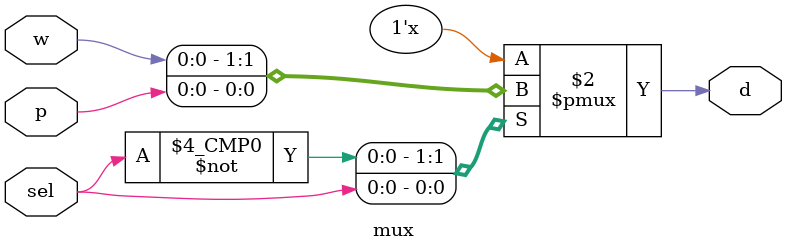
<source format=v>
`timescale 1ns / 1ps

module mux(w, p, sel, d);
    input w, p, sel;
    output reg d;
    reg select;
    always@(w, p, sel)
    begin
        case(sel)
            0: d = w;
            1: d = p;
        endcase
    end
endmodule

</source>
